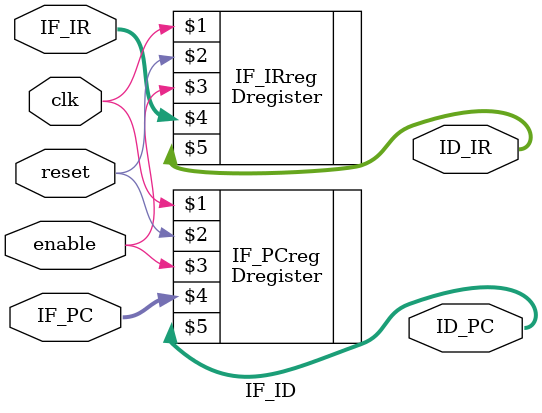
<source format=v>
module IF_ID(
    input clk,
    input reset,
    input enable,
    input [31:0] IF_PC,
    input [31:0] IF_IR,
    output wire [31:0] ID_PC,
    output wire [31:0] ID_IR
    );
    Dregister #(32) IF_PCreg(clk,reset,enable,IF_PC,ID_PC);
    Dregister #(32) IF_IRreg(clk,reset,enable,IF_IR,ID_IR);
endmodule

</source>
